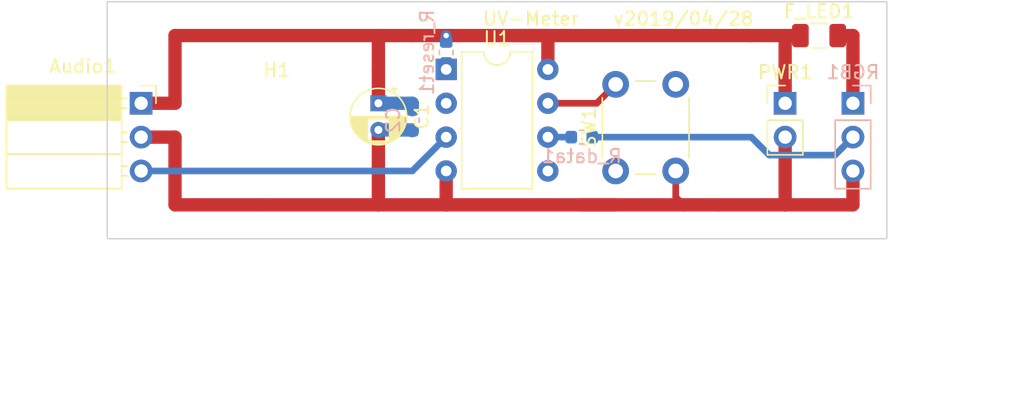
<source format=kicad_pcb>
(kicad_pcb (version 20171130) (host pcbnew "(5.1.0)-1")

  (general
    (thickness 1.6)
    (drawings 10)
    (tracks 51)
    (zones 0)
    (modules 11)
    (nets 9)
  )

  (page A4)
  (layers
    (0 F.Cu signal)
    (31 B.Cu signal)
    (32 B.Adhes user)
    (33 F.Adhes user)
    (34 B.Paste user)
    (35 F.Paste user)
    (36 B.SilkS user)
    (37 F.SilkS user)
    (38 B.Mask user)
    (39 F.Mask user)
    (40 Dwgs.User user)
    (41 Cmts.User user)
    (42 Eco1.User user)
    (43 Eco2.User user)
    (44 Edge.Cuts user)
    (45 Margin user)
    (46 B.CrtYd user)
    (47 F.CrtYd user)
    (48 B.Fab user)
    (49 F.Fab user)
  )

  (setup
    (last_trace_width 1)
    (user_trace_width 0.25)
    (user_trace_width 0.5)
    (user_trace_width 1)
    (trace_clearance 0.25)
    (zone_clearance 0.508)
    (zone_45_only yes)
    (trace_min 0.25)
    (via_size 0.8)
    (via_drill 0.4)
    (via_min_size 0.6)
    (via_min_drill 0.3)
    (uvia_size 0.3)
    (uvia_drill 0.1)
    (uvias_allowed no)
    (uvia_min_size 0.2)
    (uvia_min_drill 0.1)
    (edge_width 0.05)
    (segment_width 0.2)
    (pcb_text_width 0.3)
    (pcb_text_size 1.5 1.5)
    (mod_edge_width 0.12)
    (mod_text_size 1 1)
    (mod_text_width 0.15)
    (pad_size 1.524 1.524)
    (pad_drill 0.762)
    (pad_to_mask_clearance 0.051)
    (solder_mask_min_width 0.25)
    (aux_axis_origin 0 0)
    (visible_elements 7FFFFFFF)
    (pcbplotparams
      (layerselection 0x010fc_ffffffff)
      (usegerberextensions false)
      (usegerberattributes false)
      (usegerberadvancedattributes false)
      (creategerberjobfile false)
      (excludeedgelayer true)
      (linewidth 0.100000)
      (plotframeref false)
      (viasonmask false)
      (mode 1)
      (useauxorigin false)
      (hpglpennumber 1)
      (hpglpenspeed 20)
      (hpglpendiameter 15.000000)
      (psnegative false)
      (psa4output false)
      (plotreference true)
      (plotvalue true)
      (plotinvisibletext false)
      (padsonsilk false)
      (subtractmaskfromsilk false)
      (outputformat 1)
      (mirror false)
      (drillshape 0)
      (scaleselection 1)
      (outputdirectory "Gerber/"))
  )

  (net 0 "")
  (net 1 GND)
  (net 2 +5V)
  (net 3 /data)
  (net 4 /bt_inv)
  (net 5 /fused_5V)
  (net 6 /r_data)
  (net 7 /reset)
  (net 8 /line)

  (net_class Default "This is the default net class."
    (clearance 0.25)
    (trace_width 0.25)
    (via_dia 0.8)
    (via_drill 0.4)
    (uvia_dia 0.3)
    (uvia_drill 0.1)
    (diff_pair_width 0.25)
    (diff_pair_gap 0.25)
    (add_net +5V)
    (add_net /bt_inv)
    (add_net /data)
    (add_net /fused_5V)
    (add_net /line)
    (add_net /r_data)
    (add_net /reset)
    (add_net GND)
  )

  (module Capacitor_THT:CP_Radial_D4.0mm_P2.00mm (layer F.Cu) (tedit 5AE50EF0) (tstamp 5CC61187)
    (at 43.18 27.94 270)
    (descr "CP, Radial series, Radial, pin pitch=2.00mm, , diameter=4mm, Electrolytic Capacitor")
    (tags "CP Radial series Radial pin pitch 2.00mm  diameter 4mm Electrolytic Capacitor")
    (path /5C9F146E)
    (fp_text reference C1 (at 1 -3.25 270) (layer F.SilkS)
      (effects (font (size 1 1) (thickness 0.15)))
    )
    (fp_text value 100uF (at 1 3.25 270) (layer F.Fab)
      (effects (font (size 1 1) (thickness 0.15)))
    )
    (fp_text user %R (at 1 0 270) (layer F.Fab)
      (effects (font (size 0.8 0.8) (thickness 0.12)))
    )
    (fp_line (start -1.069801 -1.395) (end -1.069801 -0.995) (layer F.SilkS) (width 0.12))
    (fp_line (start -1.269801 -1.195) (end -0.869801 -1.195) (layer F.SilkS) (width 0.12))
    (fp_line (start 3.081 -0.37) (end 3.081 0.37) (layer F.SilkS) (width 0.12))
    (fp_line (start 3.041 -0.537) (end 3.041 0.537) (layer F.SilkS) (width 0.12))
    (fp_line (start 3.001 -0.664) (end 3.001 0.664) (layer F.SilkS) (width 0.12))
    (fp_line (start 2.961 -0.768) (end 2.961 0.768) (layer F.SilkS) (width 0.12))
    (fp_line (start 2.921 -0.859) (end 2.921 0.859) (layer F.SilkS) (width 0.12))
    (fp_line (start 2.881 -0.94) (end 2.881 0.94) (layer F.SilkS) (width 0.12))
    (fp_line (start 2.841 -1.013) (end 2.841 1.013) (layer F.SilkS) (width 0.12))
    (fp_line (start 2.801 0.84) (end 2.801 1.08) (layer F.SilkS) (width 0.12))
    (fp_line (start 2.801 -1.08) (end 2.801 -0.84) (layer F.SilkS) (width 0.12))
    (fp_line (start 2.761 0.84) (end 2.761 1.142) (layer F.SilkS) (width 0.12))
    (fp_line (start 2.761 -1.142) (end 2.761 -0.84) (layer F.SilkS) (width 0.12))
    (fp_line (start 2.721 0.84) (end 2.721 1.2) (layer F.SilkS) (width 0.12))
    (fp_line (start 2.721 -1.2) (end 2.721 -0.84) (layer F.SilkS) (width 0.12))
    (fp_line (start 2.681 0.84) (end 2.681 1.254) (layer F.SilkS) (width 0.12))
    (fp_line (start 2.681 -1.254) (end 2.681 -0.84) (layer F.SilkS) (width 0.12))
    (fp_line (start 2.641 0.84) (end 2.641 1.304) (layer F.SilkS) (width 0.12))
    (fp_line (start 2.641 -1.304) (end 2.641 -0.84) (layer F.SilkS) (width 0.12))
    (fp_line (start 2.601 0.84) (end 2.601 1.351) (layer F.SilkS) (width 0.12))
    (fp_line (start 2.601 -1.351) (end 2.601 -0.84) (layer F.SilkS) (width 0.12))
    (fp_line (start 2.561 0.84) (end 2.561 1.396) (layer F.SilkS) (width 0.12))
    (fp_line (start 2.561 -1.396) (end 2.561 -0.84) (layer F.SilkS) (width 0.12))
    (fp_line (start 2.521 0.84) (end 2.521 1.438) (layer F.SilkS) (width 0.12))
    (fp_line (start 2.521 -1.438) (end 2.521 -0.84) (layer F.SilkS) (width 0.12))
    (fp_line (start 2.481 0.84) (end 2.481 1.478) (layer F.SilkS) (width 0.12))
    (fp_line (start 2.481 -1.478) (end 2.481 -0.84) (layer F.SilkS) (width 0.12))
    (fp_line (start 2.441 0.84) (end 2.441 1.516) (layer F.SilkS) (width 0.12))
    (fp_line (start 2.441 -1.516) (end 2.441 -0.84) (layer F.SilkS) (width 0.12))
    (fp_line (start 2.401 0.84) (end 2.401 1.552) (layer F.SilkS) (width 0.12))
    (fp_line (start 2.401 -1.552) (end 2.401 -0.84) (layer F.SilkS) (width 0.12))
    (fp_line (start 2.361 0.84) (end 2.361 1.587) (layer F.SilkS) (width 0.12))
    (fp_line (start 2.361 -1.587) (end 2.361 -0.84) (layer F.SilkS) (width 0.12))
    (fp_line (start 2.321 0.84) (end 2.321 1.619) (layer F.SilkS) (width 0.12))
    (fp_line (start 2.321 -1.619) (end 2.321 -0.84) (layer F.SilkS) (width 0.12))
    (fp_line (start 2.281 0.84) (end 2.281 1.65) (layer F.SilkS) (width 0.12))
    (fp_line (start 2.281 -1.65) (end 2.281 -0.84) (layer F.SilkS) (width 0.12))
    (fp_line (start 2.241 0.84) (end 2.241 1.68) (layer F.SilkS) (width 0.12))
    (fp_line (start 2.241 -1.68) (end 2.241 -0.84) (layer F.SilkS) (width 0.12))
    (fp_line (start 2.201 0.84) (end 2.201 1.708) (layer F.SilkS) (width 0.12))
    (fp_line (start 2.201 -1.708) (end 2.201 -0.84) (layer F.SilkS) (width 0.12))
    (fp_line (start 2.161 0.84) (end 2.161 1.735) (layer F.SilkS) (width 0.12))
    (fp_line (start 2.161 -1.735) (end 2.161 -0.84) (layer F.SilkS) (width 0.12))
    (fp_line (start 2.121 0.84) (end 2.121 1.76) (layer F.SilkS) (width 0.12))
    (fp_line (start 2.121 -1.76) (end 2.121 -0.84) (layer F.SilkS) (width 0.12))
    (fp_line (start 2.081 0.84) (end 2.081 1.785) (layer F.SilkS) (width 0.12))
    (fp_line (start 2.081 -1.785) (end 2.081 -0.84) (layer F.SilkS) (width 0.12))
    (fp_line (start 2.041 0.84) (end 2.041 1.808) (layer F.SilkS) (width 0.12))
    (fp_line (start 2.041 -1.808) (end 2.041 -0.84) (layer F.SilkS) (width 0.12))
    (fp_line (start 2.001 0.84) (end 2.001 1.83) (layer F.SilkS) (width 0.12))
    (fp_line (start 2.001 -1.83) (end 2.001 -0.84) (layer F.SilkS) (width 0.12))
    (fp_line (start 1.961 0.84) (end 1.961 1.851) (layer F.SilkS) (width 0.12))
    (fp_line (start 1.961 -1.851) (end 1.961 -0.84) (layer F.SilkS) (width 0.12))
    (fp_line (start 1.921 0.84) (end 1.921 1.87) (layer F.SilkS) (width 0.12))
    (fp_line (start 1.921 -1.87) (end 1.921 -0.84) (layer F.SilkS) (width 0.12))
    (fp_line (start 1.881 0.84) (end 1.881 1.889) (layer F.SilkS) (width 0.12))
    (fp_line (start 1.881 -1.889) (end 1.881 -0.84) (layer F.SilkS) (width 0.12))
    (fp_line (start 1.841 0.84) (end 1.841 1.907) (layer F.SilkS) (width 0.12))
    (fp_line (start 1.841 -1.907) (end 1.841 -0.84) (layer F.SilkS) (width 0.12))
    (fp_line (start 1.801 0.84) (end 1.801 1.924) (layer F.SilkS) (width 0.12))
    (fp_line (start 1.801 -1.924) (end 1.801 -0.84) (layer F.SilkS) (width 0.12))
    (fp_line (start 1.761 0.84) (end 1.761 1.94) (layer F.SilkS) (width 0.12))
    (fp_line (start 1.761 -1.94) (end 1.761 -0.84) (layer F.SilkS) (width 0.12))
    (fp_line (start 1.721 0.84) (end 1.721 1.954) (layer F.SilkS) (width 0.12))
    (fp_line (start 1.721 -1.954) (end 1.721 -0.84) (layer F.SilkS) (width 0.12))
    (fp_line (start 1.68 0.84) (end 1.68 1.968) (layer F.SilkS) (width 0.12))
    (fp_line (start 1.68 -1.968) (end 1.68 -0.84) (layer F.SilkS) (width 0.12))
    (fp_line (start 1.64 0.84) (end 1.64 1.982) (layer F.SilkS) (width 0.12))
    (fp_line (start 1.64 -1.982) (end 1.64 -0.84) (layer F.SilkS) (width 0.12))
    (fp_line (start 1.6 0.84) (end 1.6 1.994) (layer F.SilkS) (width 0.12))
    (fp_line (start 1.6 -1.994) (end 1.6 -0.84) (layer F.SilkS) (width 0.12))
    (fp_line (start 1.56 0.84) (end 1.56 2.005) (layer F.SilkS) (width 0.12))
    (fp_line (start 1.56 -2.005) (end 1.56 -0.84) (layer F.SilkS) (width 0.12))
    (fp_line (start 1.52 0.84) (end 1.52 2.016) (layer F.SilkS) (width 0.12))
    (fp_line (start 1.52 -2.016) (end 1.52 -0.84) (layer F.SilkS) (width 0.12))
    (fp_line (start 1.48 0.84) (end 1.48 2.025) (layer F.SilkS) (width 0.12))
    (fp_line (start 1.48 -2.025) (end 1.48 -0.84) (layer F.SilkS) (width 0.12))
    (fp_line (start 1.44 0.84) (end 1.44 2.034) (layer F.SilkS) (width 0.12))
    (fp_line (start 1.44 -2.034) (end 1.44 -0.84) (layer F.SilkS) (width 0.12))
    (fp_line (start 1.4 0.84) (end 1.4 2.042) (layer F.SilkS) (width 0.12))
    (fp_line (start 1.4 -2.042) (end 1.4 -0.84) (layer F.SilkS) (width 0.12))
    (fp_line (start 1.36 0.84) (end 1.36 2.05) (layer F.SilkS) (width 0.12))
    (fp_line (start 1.36 -2.05) (end 1.36 -0.84) (layer F.SilkS) (width 0.12))
    (fp_line (start 1.32 0.84) (end 1.32 2.056) (layer F.SilkS) (width 0.12))
    (fp_line (start 1.32 -2.056) (end 1.32 -0.84) (layer F.SilkS) (width 0.12))
    (fp_line (start 1.28 0.84) (end 1.28 2.062) (layer F.SilkS) (width 0.12))
    (fp_line (start 1.28 -2.062) (end 1.28 -0.84) (layer F.SilkS) (width 0.12))
    (fp_line (start 1.24 0.84) (end 1.24 2.067) (layer F.SilkS) (width 0.12))
    (fp_line (start 1.24 -2.067) (end 1.24 -0.84) (layer F.SilkS) (width 0.12))
    (fp_line (start 1.2 0.84) (end 1.2 2.071) (layer F.SilkS) (width 0.12))
    (fp_line (start 1.2 -2.071) (end 1.2 -0.84) (layer F.SilkS) (width 0.12))
    (fp_line (start 1.16 -2.074) (end 1.16 2.074) (layer F.SilkS) (width 0.12))
    (fp_line (start 1.12 -2.077) (end 1.12 2.077) (layer F.SilkS) (width 0.12))
    (fp_line (start 1.08 -2.079) (end 1.08 2.079) (layer F.SilkS) (width 0.12))
    (fp_line (start 1.04 -2.08) (end 1.04 2.08) (layer F.SilkS) (width 0.12))
    (fp_line (start 1 -2.08) (end 1 2.08) (layer F.SilkS) (width 0.12))
    (fp_line (start -0.502554 -1.0675) (end -0.502554 -0.6675) (layer F.Fab) (width 0.1))
    (fp_line (start -0.702554 -0.8675) (end -0.302554 -0.8675) (layer F.Fab) (width 0.1))
    (fp_circle (center 1 0) (end 3.25 0) (layer F.CrtYd) (width 0.05))
    (fp_circle (center 1 0) (end 3.12 0) (layer F.SilkS) (width 0.12))
    (fp_circle (center 1 0) (end 3 0) (layer F.Fab) (width 0.1))
    (pad 2 thru_hole circle (at 2 0 270) (size 1.2 1.2) (drill 0.6) (layers *.Cu *.Mask)
      (net 1 GND))
    (pad 1 thru_hole rect (at 0 0 270) (size 1.2 1.2) (drill 0.6) (layers *.Cu *.Mask)
      (net 2 +5V))
    (model ${KISYS3DMOD}/Capacitor_THT.3dshapes/CP_Radial_D4.0mm_P2.00mm.wrl
      (at (xyz 0 0 0))
      (scale (xyz 1 1 1))
      (rotate (xyz 0 0 0))
    )
  )

  (module Connector_PinSocket_2.54mm:PinSocket_1x03_P2.54mm_Horizontal (layer F.Cu) (tedit 5A19A429) (tstamp 5C9FC64D)
    (at 25.4 27.94)
    (descr "Through hole angled socket strip, 1x03, 2.54mm pitch, 8.51mm socket length, single row (from Kicad 4.0.7), script generated")
    (tags "Through hole angled socket strip THT 1x03 2.54mm single row")
    (path /5C9FCDCD)
    (fp_text reference Audio1 (at -4.38 -2.77) (layer F.SilkS)
      (effects (font (size 1 1) (thickness 0.15)))
    )
    (fp_text value Conn_01x03 (at -4.38 7.85) (layer F.Fab)
      (effects (font (size 1 1) (thickness 0.15)))
    )
    (fp_line (start -10.03 -1.27) (end -2.49 -1.27) (layer F.Fab) (width 0.1))
    (fp_line (start -2.49 -1.27) (end -1.52 -0.3) (layer F.Fab) (width 0.1))
    (fp_line (start -1.52 -0.3) (end -1.52 6.35) (layer F.Fab) (width 0.1))
    (fp_line (start -1.52 6.35) (end -10.03 6.35) (layer F.Fab) (width 0.1))
    (fp_line (start -10.03 6.35) (end -10.03 -1.27) (layer F.Fab) (width 0.1))
    (fp_line (start 0 -0.3) (end -1.52 -0.3) (layer F.Fab) (width 0.1))
    (fp_line (start -1.52 0.3) (end 0 0.3) (layer F.Fab) (width 0.1))
    (fp_line (start 0 0.3) (end 0 -0.3) (layer F.Fab) (width 0.1))
    (fp_line (start 0 2.24) (end -1.52 2.24) (layer F.Fab) (width 0.1))
    (fp_line (start -1.52 2.84) (end 0 2.84) (layer F.Fab) (width 0.1))
    (fp_line (start 0 2.84) (end 0 2.24) (layer F.Fab) (width 0.1))
    (fp_line (start 0 4.78) (end -1.52 4.78) (layer F.Fab) (width 0.1))
    (fp_line (start -1.52 5.38) (end 0 5.38) (layer F.Fab) (width 0.1))
    (fp_line (start 0 5.38) (end 0 4.78) (layer F.Fab) (width 0.1))
    (fp_line (start -10.09 -1.21) (end -1.46 -1.21) (layer F.SilkS) (width 0.12))
    (fp_line (start -10.09 -1.091905) (end -1.46 -1.091905) (layer F.SilkS) (width 0.12))
    (fp_line (start -10.09 -0.97381) (end -1.46 -0.97381) (layer F.SilkS) (width 0.12))
    (fp_line (start -10.09 -0.855715) (end -1.46 -0.855715) (layer F.SilkS) (width 0.12))
    (fp_line (start -10.09 -0.73762) (end -1.46 -0.73762) (layer F.SilkS) (width 0.12))
    (fp_line (start -10.09 -0.619525) (end -1.46 -0.619525) (layer F.SilkS) (width 0.12))
    (fp_line (start -10.09 -0.50143) (end -1.46 -0.50143) (layer F.SilkS) (width 0.12))
    (fp_line (start -10.09 -0.383335) (end -1.46 -0.383335) (layer F.SilkS) (width 0.12))
    (fp_line (start -10.09 -0.26524) (end -1.46 -0.26524) (layer F.SilkS) (width 0.12))
    (fp_line (start -10.09 -0.147145) (end -1.46 -0.147145) (layer F.SilkS) (width 0.12))
    (fp_line (start -10.09 -0.02905) (end -1.46 -0.02905) (layer F.SilkS) (width 0.12))
    (fp_line (start -10.09 0.089045) (end -1.46 0.089045) (layer F.SilkS) (width 0.12))
    (fp_line (start -10.09 0.20714) (end -1.46 0.20714) (layer F.SilkS) (width 0.12))
    (fp_line (start -10.09 0.325235) (end -1.46 0.325235) (layer F.SilkS) (width 0.12))
    (fp_line (start -10.09 0.44333) (end -1.46 0.44333) (layer F.SilkS) (width 0.12))
    (fp_line (start -10.09 0.561425) (end -1.46 0.561425) (layer F.SilkS) (width 0.12))
    (fp_line (start -10.09 0.67952) (end -1.46 0.67952) (layer F.SilkS) (width 0.12))
    (fp_line (start -10.09 0.797615) (end -1.46 0.797615) (layer F.SilkS) (width 0.12))
    (fp_line (start -10.09 0.91571) (end -1.46 0.91571) (layer F.SilkS) (width 0.12))
    (fp_line (start -10.09 1.033805) (end -1.46 1.033805) (layer F.SilkS) (width 0.12))
    (fp_line (start -10.09 1.1519) (end -1.46 1.1519) (layer F.SilkS) (width 0.12))
    (fp_line (start -1.46 -0.36) (end -1.11 -0.36) (layer F.SilkS) (width 0.12))
    (fp_line (start -1.46 0.36) (end -1.11 0.36) (layer F.SilkS) (width 0.12))
    (fp_line (start -1.46 2.18) (end -1.05 2.18) (layer F.SilkS) (width 0.12))
    (fp_line (start -1.46 2.9) (end -1.05 2.9) (layer F.SilkS) (width 0.12))
    (fp_line (start -1.46 4.72) (end -1.05 4.72) (layer F.SilkS) (width 0.12))
    (fp_line (start -1.46 5.44) (end -1.05 5.44) (layer F.SilkS) (width 0.12))
    (fp_line (start -10.09 1.27) (end -1.46 1.27) (layer F.SilkS) (width 0.12))
    (fp_line (start -10.09 3.81) (end -1.46 3.81) (layer F.SilkS) (width 0.12))
    (fp_line (start -10.09 -1.33) (end -1.46 -1.33) (layer F.SilkS) (width 0.12))
    (fp_line (start -1.46 -1.33) (end -1.46 6.41) (layer F.SilkS) (width 0.12))
    (fp_line (start -10.09 6.41) (end -1.46 6.41) (layer F.SilkS) (width 0.12))
    (fp_line (start -10.09 -1.33) (end -10.09 6.41) (layer F.SilkS) (width 0.12))
    (fp_line (start 1.11 -1.33) (end 1.11 0) (layer F.SilkS) (width 0.12))
    (fp_line (start 0 -1.33) (end 1.11 -1.33) (layer F.SilkS) (width 0.12))
    (fp_line (start 1.75 -1.8) (end -10.55 -1.8) (layer F.CrtYd) (width 0.05))
    (fp_line (start -10.55 -1.8) (end -10.55 6.85) (layer F.CrtYd) (width 0.05))
    (fp_line (start -10.55 6.85) (end 1.75 6.85) (layer F.CrtYd) (width 0.05))
    (fp_line (start 1.75 6.85) (end 1.75 -1.8) (layer F.CrtYd) (width 0.05))
    (fp_text user %R (at -5.775 2.54) (layer F.Fab)
      (effects (font (size 1 1) (thickness 0.15)))
    )
    (pad 1 thru_hole rect (at 0 0) (size 1.7 1.7) (drill 1) (layers *.Cu *.Mask)
      (net 2 +5V))
    (pad 2 thru_hole oval (at 0 2.54) (size 1.7 1.7) (drill 1) (layers *.Cu *.Mask)
      (net 1 GND))
    (pad 3 thru_hole oval (at 0 5.08) (size 1.7 1.7) (drill 1) (layers *.Cu *.Mask)
      (net 8 /line))
    (model ${KISYS3DMOD}/Connector_PinSocket_2.54mm.3dshapes/PinSocket_1x03_P2.54mm_Horizontal.wrl
      (at (xyz 0 0 0))
      (scale (xyz 1 1 1))
      (rotate (xyz 0 0 0))
    )
  )

  (module Capacitor_SMD:C_0603_1608Metric (layer B.Cu) (tedit 5B301BBE) (tstamp 5CC618AB)
    (at 45.72 29.21 270)
    (descr "Capacitor SMD 0603 (1608 Metric), square (rectangular) end terminal, IPC_7351 nominal, (Body size source: http://www.tortai-tech.com/upload/download/2011102023233369053.pdf), generated with kicad-footprint-generator")
    (tags capacitor)
    (path /5CC2270E)
    (attr smd)
    (fp_text reference C2 (at 0 1.43 270) (layer B.SilkS)
      (effects (font (size 1 1) (thickness 0.15)) (justify mirror))
    )
    (fp_text value 100nF (at 3.81 0 270) (layer B.Fab)
      (effects (font (size 1 1) (thickness 0.15)) (justify mirror))
    )
    (fp_text user %R (at 0 0 270) (layer B.Fab)
      (effects (font (size 0.4 0.4) (thickness 0.06)) (justify mirror))
    )
    (fp_line (start 1.48 -0.73) (end -1.48 -0.73) (layer B.CrtYd) (width 0.05))
    (fp_line (start 1.48 0.73) (end 1.48 -0.73) (layer B.CrtYd) (width 0.05))
    (fp_line (start -1.48 0.73) (end 1.48 0.73) (layer B.CrtYd) (width 0.05))
    (fp_line (start -1.48 -0.73) (end -1.48 0.73) (layer B.CrtYd) (width 0.05))
    (fp_line (start -0.162779 -0.51) (end 0.162779 -0.51) (layer B.SilkS) (width 0.12))
    (fp_line (start -0.162779 0.51) (end 0.162779 0.51) (layer B.SilkS) (width 0.12))
    (fp_line (start 0.8 -0.4) (end -0.8 -0.4) (layer B.Fab) (width 0.1))
    (fp_line (start 0.8 0.4) (end 0.8 -0.4) (layer B.Fab) (width 0.1))
    (fp_line (start -0.8 0.4) (end 0.8 0.4) (layer B.Fab) (width 0.1))
    (fp_line (start -0.8 -0.4) (end -0.8 0.4) (layer B.Fab) (width 0.1))
    (pad 2 smd roundrect (at 0.7875 0 270) (size 0.875 0.95) (layers B.Cu B.Paste B.Mask) (roundrect_rratio 0.25)
      (net 1 GND))
    (pad 1 smd roundrect (at -0.7875 0 270) (size 0.875 0.95) (layers B.Cu B.Paste B.Mask) (roundrect_rratio 0.25)
      (net 2 +5V))
    (model ${KISYS3DMOD}/Capacitor_SMD.3dshapes/C_0603_1608Metric.wrl
      (at (xyz 0 0 0))
      (scale (xyz 1 1 1))
      (rotate (xyz 0 0 0))
    )
  )

  (module MountingHole:MountingHole_3.2mm_M3_ISO14580 (layer F.Cu) (tedit 56D1B4CB) (tstamp 5CA3B998)
    (at 35.56 29.21)
    (descr "Mounting Hole 3.2mm, no annular, M3, ISO14580")
    (tags "mounting hole 3.2mm no annular m3 iso14580")
    (path /5CA3BE5F)
    (attr virtual)
    (fp_text reference H1 (at 0 -3.75) (layer F.SilkS)
      (effects (font (size 1 1) (thickness 0.15)))
    )
    (fp_text value MountingHole (at 0 3.75) (layer F.Fab) hide
      (effects (font (size 1 1) (thickness 0.15)))
    )
    (fp_text user %R (at 0.3 0) (layer F.Fab)
      (effects (font (size 1 1) (thickness 0.15)))
    )
    (fp_circle (center 0 0) (end 2.75 0) (layer Cmts.User) (width 0.15))
    (fp_circle (center 0 0) (end 3 0) (layer F.CrtYd) (width 0.05))
    (pad 1 np_thru_hole circle (at 0 0) (size 3.2 3.2) (drill 3.2) (layers *.Cu *.Mask))
  )

  (module Resistor_SMD:R_0603_1608Metric (layer B.Cu) (tedit 5B301BBD) (tstamp 5CA0FCB8)
    (at 48.26 24.13 270)
    (descr "Resistor SMD 0603 (1608 Metric), square (rectangular) end terminal, IPC_7351 nominal, (Body size source: http://www.tortai-tech.com/upload/download/2011102023233369053.pdf), generated with kicad-footprint-generator")
    (tags resistor)
    (path /5CA11B10)
    (attr smd)
    (fp_text reference R_reset1 (at 0 1.43 270) (layer B.SilkS)
      (effects (font (size 1 1) (thickness 0.15)) (justify mirror))
    )
    (fp_text value 10k (at 0 -1.43 270) (layer B.Fab)
      (effects (font (size 1 1) (thickness 0.15)) (justify mirror))
    )
    (fp_text user %R (at 0 0 270) (layer B.Fab)
      (effects (font (size 0.4 0.4) (thickness 0.06)) (justify mirror))
    )
    (fp_line (start 1.48 -0.73) (end -1.48 -0.73) (layer B.CrtYd) (width 0.05))
    (fp_line (start 1.48 0.73) (end 1.48 -0.73) (layer B.CrtYd) (width 0.05))
    (fp_line (start -1.48 0.73) (end 1.48 0.73) (layer B.CrtYd) (width 0.05))
    (fp_line (start -1.48 -0.73) (end -1.48 0.73) (layer B.CrtYd) (width 0.05))
    (fp_line (start -0.162779 -0.51) (end 0.162779 -0.51) (layer B.SilkS) (width 0.12))
    (fp_line (start -0.162779 0.51) (end 0.162779 0.51) (layer B.SilkS) (width 0.12))
    (fp_line (start 0.8 -0.4) (end -0.8 -0.4) (layer B.Fab) (width 0.1))
    (fp_line (start 0.8 0.4) (end 0.8 -0.4) (layer B.Fab) (width 0.1))
    (fp_line (start -0.8 0.4) (end 0.8 0.4) (layer B.Fab) (width 0.1))
    (fp_line (start -0.8 -0.4) (end -0.8 0.4) (layer B.Fab) (width 0.1))
    (pad 2 smd roundrect (at 0.7875 0 270) (size 0.875 0.95) (layers B.Cu B.Paste B.Mask) (roundrect_rratio 0.25)
      (net 7 /reset))
    (pad 1 smd roundrect (at -0.7875 0 270) (size 0.875 0.95) (layers B.Cu B.Paste B.Mask) (roundrect_rratio 0.25)
      (net 2 +5V))
    (model ${KISYS3DMOD}/Resistor_SMD.3dshapes/R_0603_1608Metric.wrl
      (at (xyz 0 0 0))
      (scale (xyz 1 1 1))
      (rotate (xyz 0 0 0))
    )
  )

  (module Connector_PinHeader_2.54mm:PinHeader_1x03_P2.54mm_Vertical (layer B.Cu) (tedit 59FED5CC) (tstamp 5C9FD229)
    (at 78.74 27.94 180)
    (descr "Through hole straight pin header, 1x03, 2.54mm pitch, single row")
    (tags "Through hole pin header THT 1x03 2.54mm single row")
    (path /5CA00BE5)
    (fp_text reference RGB1 (at 0 2.33 180) (layer B.SilkS)
      (effects (font (size 1 1) (thickness 0.15)) (justify mirror))
    )
    (fp_text value Conn_01x03 (at 0 -7.41 180) (layer B.Fab) hide
      (effects (font (size 1 1) (thickness 0.15)) (justify mirror))
    )
    (fp_text user %R (at 0 -2.54 90) (layer B.Fab)
      (effects (font (size 1 1) (thickness 0.15)) (justify mirror))
    )
    (fp_line (start 1.8 1.8) (end -1.8 1.8) (layer B.CrtYd) (width 0.05))
    (fp_line (start 1.8 -6.85) (end 1.8 1.8) (layer B.CrtYd) (width 0.05))
    (fp_line (start -1.8 -6.85) (end 1.8 -6.85) (layer B.CrtYd) (width 0.05))
    (fp_line (start -1.8 1.8) (end -1.8 -6.85) (layer B.CrtYd) (width 0.05))
    (fp_line (start -1.33 1.33) (end 0 1.33) (layer B.SilkS) (width 0.12))
    (fp_line (start -1.33 0) (end -1.33 1.33) (layer B.SilkS) (width 0.12))
    (fp_line (start -1.33 -1.27) (end 1.33 -1.27) (layer B.SilkS) (width 0.12))
    (fp_line (start 1.33 -1.27) (end 1.33 -6.41) (layer B.SilkS) (width 0.12))
    (fp_line (start -1.33 -1.27) (end -1.33 -6.41) (layer B.SilkS) (width 0.12))
    (fp_line (start -1.33 -6.41) (end 1.33 -6.41) (layer B.SilkS) (width 0.12))
    (fp_line (start -1.27 0.635) (end -0.635 1.27) (layer B.Fab) (width 0.1))
    (fp_line (start -1.27 -6.35) (end -1.27 0.635) (layer B.Fab) (width 0.1))
    (fp_line (start 1.27 -6.35) (end -1.27 -6.35) (layer B.Fab) (width 0.1))
    (fp_line (start 1.27 1.27) (end 1.27 -6.35) (layer B.Fab) (width 0.1))
    (fp_line (start -0.635 1.27) (end 1.27 1.27) (layer B.Fab) (width 0.1))
    (pad 3 thru_hole oval (at 0 -5.08 180) (size 1.7 1.7) (drill 1) (layers *.Cu *.Mask)
      (net 1 GND))
    (pad 2 thru_hole oval (at 0 -2.54 180) (size 1.7 1.7) (drill 1) (layers *.Cu *.Mask)
      (net 6 /r_data))
    (pad 1 thru_hole rect (at 0 0 180) (size 1.7 1.7) (drill 1) (layers *.Cu *.Mask)
      (net 5 /fused_5V))
    (model ${KISYS3DMOD}/Connector_PinHeader_2.54mm.3dshapes/PinHeader_1x03_P2.54mm_Vertical.wrl
      (at (xyz 0 0 0))
      (scale (xyz 1 1 1))
      (rotate (xyz 0 0 0))
    )
  )

  (module Connector_PinHeader_2.54mm:PinHeader_1x02_P2.54mm_Vertical (layer F.Cu) (tedit 59FED5CC) (tstamp 5C9F3514)
    (at 73.66 27.94)
    (descr "Through hole straight pin header, 1x02, 2.54mm pitch, single row")
    (tags "Through hole pin header THT 1x02 2.54mm single row")
    (path /5CA1BCB0)
    (fp_text reference PWR1 (at 0 -2.33) (layer F.SilkS)
      (effects (font (size 1 1) (thickness 0.15)))
    )
    (fp_text value Conn_01x02 (at 0 4.87) (layer F.Fab) hide
      (effects (font (size 1 1) (thickness 0.15)))
    )
    (fp_text user %R (at 0 1.27 90) (layer F.Fab)
      (effects (font (size 1 1) (thickness 0.15)))
    )
    (fp_line (start 1.8 -1.8) (end -1.8 -1.8) (layer F.CrtYd) (width 0.05))
    (fp_line (start 1.8 4.35) (end 1.8 -1.8) (layer F.CrtYd) (width 0.05))
    (fp_line (start -1.8 4.35) (end 1.8 4.35) (layer F.CrtYd) (width 0.05))
    (fp_line (start -1.8 -1.8) (end -1.8 4.35) (layer F.CrtYd) (width 0.05))
    (fp_line (start -1.33 -1.33) (end 0 -1.33) (layer F.SilkS) (width 0.12))
    (fp_line (start -1.33 0) (end -1.33 -1.33) (layer F.SilkS) (width 0.12))
    (fp_line (start -1.33 1.27) (end 1.33 1.27) (layer F.SilkS) (width 0.12))
    (fp_line (start 1.33 1.27) (end 1.33 3.87) (layer F.SilkS) (width 0.12))
    (fp_line (start -1.33 1.27) (end -1.33 3.87) (layer F.SilkS) (width 0.12))
    (fp_line (start -1.33 3.87) (end 1.33 3.87) (layer F.SilkS) (width 0.12))
    (fp_line (start -1.27 -0.635) (end -0.635 -1.27) (layer F.Fab) (width 0.1))
    (fp_line (start -1.27 3.81) (end -1.27 -0.635) (layer F.Fab) (width 0.1))
    (fp_line (start 1.27 3.81) (end -1.27 3.81) (layer F.Fab) (width 0.1))
    (fp_line (start 1.27 -1.27) (end 1.27 3.81) (layer F.Fab) (width 0.1))
    (fp_line (start -0.635 -1.27) (end 1.27 -1.27) (layer F.Fab) (width 0.1))
    (pad 2 thru_hole oval (at 0 2.54) (size 1.7 1.7) (drill 1) (layers *.Cu *.Mask)
      (net 1 GND))
    (pad 1 thru_hole rect (at 0 0) (size 1.7 1.7) (drill 1) (layers *.Cu *.Mask)
      (net 2 +5V))
    (model ${KISYS3DMOD}/Connector_PinHeader_2.54mm.3dshapes/PinHeader_1x02_P2.54mm_Vertical.wrl
      (at (xyz 0 0 0))
      (scale (xyz 1 1 1))
      (rotate (xyz 0 0 0))
    )
  )

  (module Fuse:Fuse_1206_3216Metric (layer F.Cu) (tedit 5B301BBE) (tstamp 5C9FD30B)
    (at 76.2 22.86)
    (descr "Fuse SMD 1206 (3216 Metric), square (rectangular) end terminal, IPC_7351 nominal, (Body size source: http://www.tortai-tech.com/upload/download/2011102023233369053.pdf), generated with kicad-footprint-generator")
    (tags resistor)
    (path /5CA0A446)
    (attr smd)
    (fp_text reference F_LED1 (at 0 -1.82) (layer F.SilkS)
      (effects (font (size 1 1) (thickness 0.15)))
    )
    (fp_text value 1A (at 0 1.82) (layer F.Fab)
      (effects (font (size 1 1) (thickness 0.15)))
    )
    (fp_text user %R (at 0 0) (layer F.Fab)
      (effects (font (size 0.8 0.8) (thickness 0.12)))
    )
    (fp_line (start 2.28 1.12) (end -2.28 1.12) (layer F.CrtYd) (width 0.05))
    (fp_line (start 2.28 -1.12) (end 2.28 1.12) (layer F.CrtYd) (width 0.05))
    (fp_line (start -2.28 -1.12) (end 2.28 -1.12) (layer F.CrtYd) (width 0.05))
    (fp_line (start -2.28 1.12) (end -2.28 -1.12) (layer F.CrtYd) (width 0.05))
    (fp_line (start -0.602064 0.91) (end 0.602064 0.91) (layer F.SilkS) (width 0.12))
    (fp_line (start -0.602064 -0.91) (end 0.602064 -0.91) (layer F.SilkS) (width 0.12))
    (fp_line (start 1.6 0.8) (end -1.6 0.8) (layer F.Fab) (width 0.1))
    (fp_line (start 1.6 -0.8) (end 1.6 0.8) (layer F.Fab) (width 0.1))
    (fp_line (start -1.6 -0.8) (end 1.6 -0.8) (layer F.Fab) (width 0.1))
    (fp_line (start -1.6 0.8) (end -1.6 -0.8) (layer F.Fab) (width 0.1))
    (pad 2 smd roundrect (at 1.4 0) (size 1.25 1.75) (layers F.Cu F.Paste F.Mask) (roundrect_rratio 0.2)
      (net 5 /fused_5V))
    (pad 1 smd roundrect (at -1.4 0) (size 1.25 1.75) (layers F.Cu F.Paste F.Mask) (roundrect_rratio 0.2)
      (net 2 +5V))
    (model ${KISYS3DMOD}/Fuse.3dshapes/Fuse_1206_3216Metric.wrl
      (at (xyz 0 0 0))
      (scale (xyz 1 1 1))
      (rotate (xyz 0 0 0))
    )
  )

  (module Package_DIP:DIP-8_W7.62mm (layer F.Cu) (tedit 5A02E8C5) (tstamp 5C9F0A91)
    (at 48.26 25.4)
    (descr "8-lead though-hole mounted DIP package, row spacing 7.62 mm (300 mils)")
    (tags "THT DIP DIL PDIP 2.54mm 7.62mm 300mil")
    (path /5C9EAB30)
    (fp_text reference U1 (at 3.81 -2.33) (layer F.SilkS)
      (effects (font (size 1 1) (thickness 0.15)))
    )
    (fp_text value ATtiny85-20PU (at 3.81 9.95) (layer F.Fab)
      (effects (font (size 1 1) (thickness 0.15)))
    )
    (fp_arc (start 3.81 -1.33) (end 2.81 -1.33) (angle -180) (layer F.SilkS) (width 0.12))
    (fp_line (start 1.635 -1.27) (end 6.985 -1.27) (layer F.Fab) (width 0.1))
    (fp_line (start 6.985 -1.27) (end 6.985 8.89) (layer F.Fab) (width 0.1))
    (fp_line (start 6.985 8.89) (end 0.635 8.89) (layer F.Fab) (width 0.1))
    (fp_line (start 0.635 8.89) (end 0.635 -0.27) (layer F.Fab) (width 0.1))
    (fp_line (start 0.635 -0.27) (end 1.635 -1.27) (layer F.Fab) (width 0.1))
    (fp_line (start 2.81 -1.33) (end 1.16 -1.33) (layer F.SilkS) (width 0.12))
    (fp_line (start 1.16 -1.33) (end 1.16 8.95) (layer F.SilkS) (width 0.12))
    (fp_line (start 1.16 8.95) (end 6.46 8.95) (layer F.SilkS) (width 0.12))
    (fp_line (start 6.46 8.95) (end 6.46 -1.33) (layer F.SilkS) (width 0.12))
    (fp_line (start 6.46 -1.33) (end 4.81 -1.33) (layer F.SilkS) (width 0.12))
    (fp_line (start -1.1 -1.55) (end -1.1 9.15) (layer F.CrtYd) (width 0.05))
    (fp_line (start -1.1 9.15) (end 8.7 9.15) (layer F.CrtYd) (width 0.05))
    (fp_line (start 8.7 9.15) (end 8.7 -1.55) (layer F.CrtYd) (width 0.05))
    (fp_line (start 8.7 -1.55) (end -1.1 -1.55) (layer F.CrtYd) (width 0.05))
    (fp_text user %R (at 3.81 3.81) (layer F.Fab)
      (effects (font (size 1 1) (thickness 0.15)))
    )
    (pad 1 thru_hole rect (at 0 0) (size 1.6 1.6) (drill 0.8) (layers *.Cu *.Mask)
      (net 7 /reset))
    (pad 5 thru_hole oval (at 7.62 7.62) (size 1.6 1.6) (drill 0.8) (layers *.Cu *.Mask))
    (pad 2 thru_hole oval (at 0 2.54) (size 1.6 1.6) (drill 0.8) (layers *.Cu *.Mask))
    (pad 6 thru_hole oval (at 7.62 5.08) (size 1.6 1.6) (drill 0.8) (layers *.Cu *.Mask)
      (net 3 /data))
    (pad 3 thru_hole oval (at 0 5.08) (size 1.6 1.6) (drill 0.8) (layers *.Cu *.Mask)
      (net 8 /line))
    (pad 7 thru_hole oval (at 7.62 2.54) (size 1.6 1.6) (drill 0.8) (layers *.Cu *.Mask)
      (net 4 /bt_inv))
    (pad 4 thru_hole oval (at 0 7.62) (size 1.6 1.6) (drill 0.8) (layers *.Cu *.Mask)
      (net 1 GND))
    (pad 8 thru_hole oval (at 7.62 0) (size 1.6 1.6) (drill 0.8) (layers *.Cu *.Mask)
      (net 2 +5V))
    (model ${KISYS3DMOD}/Package_DIP.3dshapes/DIP-8_W7.62mm.wrl
      (at (xyz 0 0 0))
      (scale (xyz 1 1 1))
      (rotate (xyz 0 0 0))
    )
  )

  (module Button_Switch_THT:SW_PUSH_6mm_H4.3mm (layer F.Cu) (tedit 5A02FE31) (tstamp 5C9FDFF0)
    (at 60.96 33.02 90)
    (descr "tactile push button, 6x6mm e.g. PHAP33xx series, height=4.3mm")
    (tags "tact sw push 6mm")
    (path /5C9FA56B)
    (fp_text reference SW1 (at 3.25 -2 90) (layer F.SilkS)
      (effects (font (size 1 1) (thickness 0.15)))
    )
    (fp_text value SW_Push (at 3.75 2.54 90) (layer F.Fab)
      (effects (font (size 1 1) (thickness 0.15)))
    )
    (fp_circle (center 3.25 2.25) (end 1.25 2.5) (layer F.Fab) (width 0.1))
    (fp_line (start 6.75 3) (end 6.75 1.5) (layer F.SilkS) (width 0.12))
    (fp_line (start 5.5 -1) (end 1 -1) (layer F.SilkS) (width 0.12))
    (fp_line (start -0.25 1.5) (end -0.25 3) (layer F.SilkS) (width 0.12))
    (fp_line (start 1 5.5) (end 5.5 5.5) (layer F.SilkS) (width 0.12))
    (fp_line (start 8 -1.25) (end 8 5.75) (layer F.CrtYd) (width 0.05))
    (fp_line (start 7.75 6) (end -1.25 6) (layer F.CrtYd) (width 0.05))
    (fp_line (start -1.5 5.75) (end -1.5 -1.25) (layer F.CrtYd) (width 0.05))
    (fp_line (start -1.25 -1.5) (end 7.75 -1.5) (layer F.CrtYd) (width 0.05))
    (fp_line (start -1.5 6) (end -1.25 6) (layer F.CrtYd) (width 0.05))
    (fp_line (start -1.5 5.75) (end -1.5 6) (layer F.CrtYd) (width 0.05))
    (fp_line (start -1.5 -1.5) (end -1.25 -1.5) (layer F.CrtYd) (width 0.05))
    (fp_line (start -1.5 -1.25) (end -1.5 -1.5) (layer F.CrtYd) (width 0.05))
    (fp_line (start 8 -1.5) (end 8 -1.25) (layer F.CrtYd) (width 0.05))
    (fp_line (start 7.75 -1.5) (end 8 -1.5) (layer F.CrtYd) (width 0.05))
    (fp_line (start 8 6) (end 8 5.75) (layer F.CrtYd) (width 0.05))
    (fp_line (start 7.75 6) (end 8 6) (layer F.CrtYd) (width 0.05))
    (fp_line (start 0.25 -0.75) (end 3.25 -0.75) (layer F.Fab) (width 0.1))
    (fp_line (start 0.25 5.25) (end 0.25 -0.75) (layer F.Fab) (width 0.1))
    (fp_line (start 6.25 5.25) (end 0.25 5.25) (layer F.Fab) (width 0.1))
    (fp_line (start 6.25 -0.75) (end 6.25 5.25) (layer F.Fab) (width 0.1))
    (fp_line (start 3.25 -0.75) (end 6.25 -0.75) (layer F.Fab) (width 0.1))
    (fp_text user %R (at 3.25 2.25 90) (layer F.Fab)
      (effects (font (size 1 1) (thickness 0.15)))
    )
    (pad 1 thru_hole circle (at 6.5 0 180) (size 2 2) (drill 1.1) (layers *.Cu *.Mask)
      (net 4 /bt_inv))
    (pad 2 thru_hole circle (at 6.5 4.5 180) (size 2 2) (drill 1.1) (layers *.Cu *.Mask)
      (net 1 GND))
    (pad 1 thru_hole circle (at 0 0 180) (size 2 2) (drill 1.1) (layers *.Cu *.Mask)
      (net 4 /bt_inv))
    (pad 2 thru_hole circle (at 0 4.5 180) (size 2 2) (drill 1.1) (layers *.Cu *.Mask)
      (net 1 GND))
    (model ${KISYS3DMOD}/Button_Switch_THT.3dshapes/SW_PUSH_6mm_H4.3mm.wrl
      (at (xyz 0 0 0))
      (scale (xyz 1 1 1))
      (rotate (xyz 0 0 0))
    )
  )

  (module Resistor_SMD:R_0603_1608Metric (layer B.Cu) (tedit 5B301BBD) (tstamp 5C9EACE9)
    (at 58.42 30.48)
    (descr "Resistor SMD 0603 (1608 Metric), square (rectangular) end terminal, IPC_7351 nominal, (Body size source: http://www.tortai-tech.com/upload/download/2011102023233369053.pdf), generated with kicad-footprint-generator")
    (tags resistor)
    (path /5C9F3835)
    (attr smd)
    (fp_text reference R_data1 (at 0 1.43) (layer B.SilkS)
      (effects (font (size 1 1) (thickness 0.15)) (justify mirror))
    )
    (fp_text value 300 (at 0 -1.43) (layer B.Fab)
      (effects (font (size 1 1) (thickness 0.15)) (justify mirror))
    )
    (fp_text user %R (at 0 0) (layer B.Fab)
      (effects (font (size 0.4 0.4) (thickness 0.06)) (justify mirror))
    )
    (fp_line (start 1.48 -0.73) (end -1.48 -0.73) (layer B.CrtYd) (width 0.05))
    (fp_line (start 1.48 0.73) (end 1.48 -0.73) (layer B.CrtYd) (width 0.05))
    (fp_line (start -1.48 0.73) (end 1.48 0.73) (layer B.CrtYd) (width 0.05))
    (fp_line (start -1.48 -0.73) (end -1.48 0.73) (layer B.CrtYd) (width 0.05))
    (fp_line (start -0.162779 -0.51) (end 0.162779 -0.51) (layer B.SilkS) (width 0.12))
    (fp_line (start -0.162779 0.51) (end 0.162779 0.51) (layer B.SilkS) (width 0.12))
    (fp_line (start 0.8 -0.4) (end -0.8 -0.4) (layer B.Fab) (width 0.1))
    (fp_line (start 0.8 0.4) (end 0.8 -0.4) (layer B.Fab) (width 0.1))
    (fp_line (start -0.8 0.4) (end 0.8 0.4) (layer B.Fab) (width 0.1))
    (fp_line (start -0.8 -0.4) (end -0.8 0.4) (layer B.Fab) (width 0.1))
    (pad 2 smd roundrect (at 0.7875 0) (size 0.875 0.95) (layers B.Cu B.Paste B.Mask) (roundrect_rratio 0.25)
      (net 6 /r_data))
    (pad 1 smd roundrect (at -0.7875 0) (size 0.875 0.95) (layers B.Cu B.Paste B.Mask) (roundrect_rratio 0.25)
      (net 3 /data))
    (model ${KISYS3DMOD}/Resistor_SMD.3dshapes/R_0603_1608Metric.wrl
      (at (xyz 0 0 0))
      (scale (xyz 1 1 1))
      (rotate (xyz 0 0 0))
    )
  )

  (gr_text "WRONG\nPOLARITY!" (at 85.09 29.21) (layer Dwgs.User)
    (effects (font (size 1 1) (thickness 0.15)))
  )
  (gr_text UV-Meter (at 54.61 21.59) (layer F.SilkS)
    (effects (font (size 1 1) (thickness 0.15)))
  )
  (gr_text v2019/04/28 (at 66.04 21.59) (layer F.SilkS)
    (effects (font (size 1 1) (thickness 0.15)))
  )
  (gr_text "Remove Hole -> save 10 mm (fits on default perfboard!), save 2 LEDs; reduces size of C" (at 50.8 49.53) (layer Dwgs.User)
    (effects (font (size 1 1) (thickness 0.15)))
  )
  (dimension 17.78 (width 0.12) (layer Dwgs.User)
    (gr_text "17.780 mm" (at 90.17 29.21 270) (layer Dwgs.User)
      (effects (font (size 1 1) (thickness 0.15)))
    )
    (feature1 (pts (xy 83.82 38.1) (xy 89.486421 38.1)))
    (feature2 (pts (xy 83.82 20.32) (xy 89.486421 20.32)))
    (crossbar (pts (xy 88.9 20.32) (xy 88.9 38.1)))
    (arrow1a (pts (xy 88.9 38.1) (xy 88.313579 36.973496)))
    (arrow1b (pts (xy 88.9 38.1) (xy 89.486421 36.973496)))
    (arrow2a (pts (xy 88.9 20.32) (xy 88.313579 21.446504)))
    (arrow2b (pts (xy 88.9 20.32) (xy 89.486421 21.446504)))
  )
  (dimension 58.42 (width 0.12) (layer Dwgs.User)
    (gr_text "58.420 mm" (at 52.07 46.99) (layer Dwgs.User)
      (effects (font (size 1 1) (thickness 0.15)))
    )
    (feature1 (pts (xy 22.86 40.64) (xy 22.86 46.306421)))
    (feature2 (pts (xy 81.28 40.64) (xy 81.28 46.306421)))
    (crossbar (pts (xy 81.28 45.72) (xy 22.86 45.72)))
    (arrow1a (pts (xy 22.86 45.72) (xy 23.986504 45.133579)))
    (arrow1b (pts (xy 22.86 45.72) (xy 23.986504 46.306421)))
    (arrow2a (pts (xy 81.28 45.72) (xy 80.153496 45.133579)))
    (arrow2b (pts (xy 81.28 45.72) (xy 80.153496 46.306421)))
  )
  (gr_line (start 22.86 20.32) (end 81.28 20.32) (layer Edge.Cuts) (width 0.1) (tstamp 5C9EDDC9))
  (gr_line (start 22.86 38.1) (end 22.86 20.32) (layer Edge.Cuts) (width 0.1))
  (gr_line (start 81.28 38.1) (end 22.86 38.1) (layer Edge.Cuts) (width 0.1))
  (gr_line (start 81.28 20.32) (end 81.28 38.1) (layer Edge.Cuts) (width 0.1))

  (segment (start 60.96 35.56) (end 48.26 35.56) (width 1) (layer F.Cu) (net 1))
  (segment (start 78.74 33.02) (end 78.74 35.56) (width 1) (layer F.Cu) (net 1))
  (segment (start 48.26 35.56) (end 43.18 35.56) (width 1) (layer F.Cu) (net 1))
  (segment (start 34.222081 35.56) (end 43.18 35.56) (width 1) (layer F.Cu) (net 1))
  (segment (start 25.4 30.48) (end 27.94 30.48) (width 1) (layer F.Cu) (net 1))
  (segment (start 27.94 35.56) (end 34.222081 35.56) (width 1) (layer F.Cu) (net 1))
  (segment (start 66.04 35.56) (end 58.42 35.56) (width 1) (layer F.Cu) (net 1))
  (segment (start 27.94 30.48) (end 27.94 35.56) (width 1) (layer F.Cu) (net 1))
  (segment (start 43.18 35.56) (end 43.18 30.44) (width 1) (layer F.Cu) (net 1))
  (segment (start 48.26 35.56) (end 48.26 33.02) (width 1) (layer F.Cu) (net 1))
  (segment (start 73.66 30.48) (end 73.66 35.56) (width 1) (layer F.Cu) (net 1))
  (segment (start 73.66 35.56) (end 78.74 35.56) (width 1) (layer F.Cu) (net 1))
  (segment (start 66.04 35.56) (end 68.58 35.56) (width 1) (layer F.Cu) (net 1))
  (segment (start 68.58 35.56) (end 73.66 35.56) (width 1) (layer F.Cu) (net 1))
  (segment (start 65.46 33.02) (end 65.46 34.98) (width 0.5) (layer F.Cu) (net 1))
  (segment (start 65.46 34.98) (end 66.04 35.56) (width 0.5) (layer F.Cu) (net 1))
  (segment (start 43.18 29.94) (end 43.18 30.44) (width 1) (layer F.Cu) (net 1))
  (segment (start 45.6625 29.94) (end 45.72 29.9975) (width 1) (layer B.Cu) (net 1))
  (segment (start 43.18 29.94) (end 45.6625 29.94) (width 1) (layer B.Cu) (net 1))
  (segment (start 55.88 25.4) (end 55.88 22.86) (width 1) (layer F.Cu) (net 2))
  (segment (start 71.12 22.86) (end 53.34 22.86) (width 1) (layer F.Cu) (net 2))
  (segment (start 73.66 27.94) (end 73.66 22.86) (width 1) (layer F.Cu) (net 2))
  (segment (start 71.12 22.86) (end 73.66 22.86) (width 1) (layer F.Cu) (net 2))
  (segment (start 73.66 22.86) (end 74.8 22.86) (width 1) (layer F.Cu) (net 2))
  (segment (start 43.18 27.94) (end 43.18 25.4) (width 1) (layer F.Cu) (net 2))
  (segment (start 43.18 25.4) (end 43.18 22.86) (width 1) (layer F.Cu) (net 2))
  (segment (start 45.72 22.86) (end 43.18 22.86) (width 1) (layer F.Cu) (net 2))
  (segment (start 55.88 22.86) (end 48.26 22.86) (width 1) (layer F.Cu) (net 2))
  (segment (start 48.26 22.86) (end 45.72 22.86) (width 1) (layer F.Cu) (net 2))
  (segment (start 27.94 27.94) (end 25.4 27.94) (width 1) (layer F.Cu) (net 2))
  (segment (start 43.18 22.86) (end 27.94 22.86) (width 1) (layer F.Cu) (net 2))
  (segment (start 27.94 22.86) (end 27.94 27.94) (width 1) (layer F.Cu) (net 2))
  (segment (start 48.26 23.3425) (end 48.26 22.86) (width 0.5) (layer B.Cu) (net 2))
  (segment (start 48.26 22.86) (end 48.26 22.86) (width 0.5) (layer B.Cu) (net 2) (tstamp 5CC61560))
  (via (at 48.26 22.86) (size 0.8) (drill 0.4) (layers F.Cu B.Cu) (net 2))
  (segment (start 43.18 27.94) (end 45.72 27.94) (width 1) (layer B.Cu) (net 2))
  (segment (start 45.72 27.94) (end 45.72 28.4225) (width 1) (layer B.Cu) (net 2))
  (segment (start 55.88 30.48) (end 57.6325 30.48) (width 0.5) (layer B.Cu) (net 3))
  (segment (start 59.54 27.94) (end 60.96 26.52) (width 0.5) (layer F.Cu) (net 4))
  (segment (start 55.88 27.94) (end 59.54 27.94) (width 0.5) (layer F.Cu) (net 4))
  (segment (start 77.6 22.86) (end 78.74 22.86) (width 1) (layer F.Cu) (net 5))
  (segment (start 78.74 22.86) (end 78.74 27.94) (width 1) (layer F.Cu) (net 5))
  (segment (start 77.890001 31.329999) (end 78.74 30.48) (width 0.5) (layer B.Cu) (net 6))
  (segment (start 77.389999 31.830001) (end 77.890001 31.329999) (width 0.5) (layer B.Cu) (net 6))
  (segment (start 72.470001 31.830001) (end 77.389999 31.830001) (width 0.5) (layer B.Cu) (net 6))
  (segment (start 71.12 30.48) (end 72.470001 31.830001) (width 0.5) (layer B.Cu) (net 6))
  (segment (start 59.2075 30.48) (end 71.12 30.48) (width 0.5) (layer B.Cu) (net 6))
  (segment (start 48.26 24.9175) (end 48.26 25.4) (width 0.5) (layer F.Cu) (net 7))
  (segment (start 48.26 25.4) (end 48.26 24.9175) (width 0.5) (layer B.Cu) (net 7))
  (segment (start 45.72 33.02) (end 48.26 30.48) (width 0.5) (layer B.Cu) (net 8))
  (segment (start 25.4 33.02) (end 45.72 33.02) (width 0.5) (layer B.Cu) (net 8))

  (zone (net 0) (net_name "") (layer F.Cu) (tstamp 0) (hatch edge 0.508)
    (connect_pads (clearance 0.508))
    (min_thickness 0.254)
    (keepout (tracks allowed) (vias not_allowed) (copperpour allowed))
    (fill (arc_segments 32) (thermal_gap 0.508) (thermal_bridge_width 0.508))
    (polygon
      (pts
        (xy 30.48 25.4) (xy 30.48 33.02) (xy 43.18 33.02) (xy 43.18 25.4)
      )
    )
  )
)

</source>
